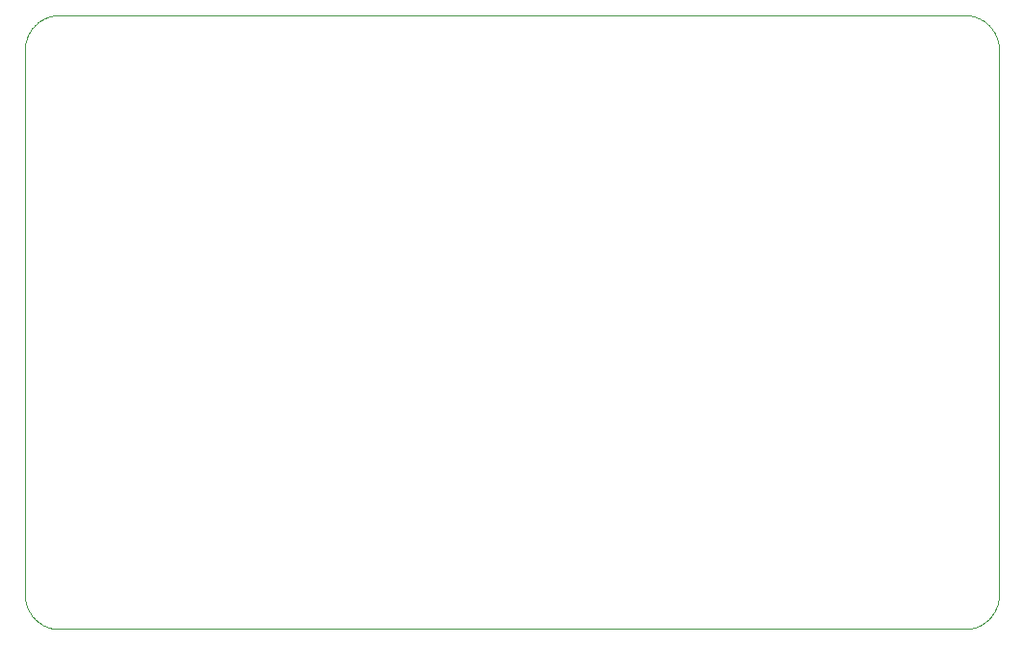
<source format=gbr>
G04 #@! TF.GenerationSoftware,KiCad,Pcbnew,(5.1.2)-1*
G04 #@! TF.CreationDate,2019-05-23T18:27:22+02:00*
G04 #@! TF.ProjectId,2018-03-08 Intercourse 01,32303138-2d30-4332-9d30-3820496e7465,rev?*
G04 #@! TF.SameCoordinates,Original*
G04 #@! TF.FileFunction,Profile,NP*
%FSLAX46Y46*%
G04 Gerber Fmt 4.6, Leading zero omitted, Abs format (unit mm)*
G04 Created by KiCad (PCBNEW (5.1.2)-1) date 2019-05-23 18:27:22*
%MOMM*%
%LPD*%
G04 APERTURE LIST*
%ADD10C,0.100000*%
G04 APERTURE END LIST*
D10*
X121306250Y-74610000D02*
X122550000Y-74610000D01*
X111640465Y-74768302D02*
X111710437Y-74745461D01*
X111502801Y-74818955D02*
X111571245Y-74792808D01*
X111302364Y-74907002D02*
X111368336Y-74876076D01*
X117575000Y-74610000D02*
X118818750Y-74610000D01*
X111435156Y-74846719D02*
X111502801Y-74818955D01*
X111173059Y-74973464D02*
X111237263Y-74939473D01*
X111571245Y-74792808D02*
X111640465Y-74768302D01*
X110333867Y-75649510D02*
X110381746Y-75595588D01*
X110750738Y-75251974D02*
X110807997Y-75208009D01*
X109998953Y-76119775D02*
X110035915Y-76057435D01*
X115087500Y-74610000D02*
X116331250Y-74610000D01*
X109963464Y-76183059D02*
X109998953Y-76119775D01*
X112600000Y-74610000D02*
X113843750Y-74610000D01*
X110807997Y-75208009D02*
X110866320Y-75165396D01*
X110155396Y-75876320D02*
X110198009Y-75817997D01*
X112294397Y-74625564D02*
X112370054Y-74618791D01*
X112370054Y-74618791D02*
X112446223Y-74613923D01*
X112144713Y-74644731D02*
X112219275Y-74634219D01*
X110481250Y-75491250D02*
X110532827Y-75440882D01*
X111997363Y-74671230D02*
X112070734Y-74657076D01*
X110287268Y-75704568D02*
X110333867Y-75649510D01*
X110074325Y-75996063D02*
X110114160Y-75935684D01*
X109866076Y-76378336D02*
X109897002Y-76312364D01*
X111852541Y-74704872D02*
X111924624Y-74687170D01*
X110114160Y-75935684D02*
X110155396Y-75876320D01*
X110986063Y-75084325D02*
X111047435Y-75045915D01*
X110925684Y-75124160D02*
X110986063Y-75084325D01*
X110241974Y-75760738D02*
X110287268Y-75704568D01*
X110585588Y-75391746D02*
X110639510Y-75343867D01*
X110694568Y-75297268D02*
X110750738Y-75251974D01*
X109929473Y-76247263D02*
X109963464Y-76183059D01*
X116331250Y-74610000D02*
X117575000Y-74610000D01*
X110035915Y-76057435D02*
X110074325Y-75996063D01*
X130012500Y-74610000D02*
X131256250Y-74610000D01*
X112446223Y-74613923D02*
X112522880Y-74610985D01*
X128768750Y-74610000D02*
X130012500Y-74610000D01*
X127525000Y-74610000D02*
X128768750Y-74610000D01*
X126281250Y-74610000D02*
X127525000Y-74610000D01*
X125037500Y-74610000D02*
X126281250Y-74610000D01*
X123793750Y-74610000D02*
X125037500Y-74610000D01*
X122550000Y-74610000D02*
X123793750Y-74610000D01*
X112070734Y-74657076D02*
X112144713Y-74644731D01*
X111710437Y-74745461D02*
X111781137Y-74724310D01*
X110639510Y-75343867D02*
X110694568Y-75297268D01*
X111368336Y-74876076D02*
X111435156Y-74846719D01*
X120062500Y-74610000D02*
X121306250Y-74610000D01*
X118818750Y-74610000D02*
X120062500Y-74610000D01*
X113843750Y-74610000D02*
X115087500Y-74610000D01*
X110532827Y-75440882D02*
X110585588Y-75391746D01*
X109897002Y-76312364D02*
X109929473Y-76247263D01*
X112522880Y-74610985D02*
X112600000Y-74610000D01*
X111924624Y-74687170D02*
X111997363Y-74671230D01*
X112219275Y-74634219D02*
X112294397Y-74625564D01*
X111781137Y-74724310D02*
X111852541Y-74704872D01*
X110866320Y-75165396D02*
X110925684Y-75124160D01*
X110198009Y-75817997D02*
X110241974Y-75760738D01*
X111237263Y-74939473D02*
X111302364Y-74907002D01*
X111109775Y-75008953D02*
X111173059Y-74973464D01*
X110430882Y-75542827D02*
X110481250Y-75491250D01*
X110381746Y-75595588D02*
X110430882Y-75542827D01*
X109836719Y-76445156D02*
X109866076Y-76378336D01*
X111047435Y-75045915D02*
X111109775Y-75008953D01*
X193992003Y-127991991D02*
X193933680Y-128034604D01*
X194685840Y-127264316D02*
X194644604Y-127323680D01*
X194318750Y-127708750D02*
X194267173Y-127759118D01*
X194963281Y-126754844D02*
X194933924Y-126821664D01*
X194933924Y-126821664D02*
X194902998Y-126887636D01*
X195152924Y-126119266D02*
X195138770Y-126192637D01*
X194558026Y-127439262D02*
X194512732Y-127495432D01*
X195165269Y-126045287D02*
X195152924Y-126119266D01*
X194764085Y-127142565D02*
X194725675Y-127203937D01*
X194991045Y-126687199D02*
X194963281Y-126754844D01*
X195200000Y-125590000D02*
X195199015Y-125667120D01*
X193690225Y-128191047D02*
X193626941Y-128226536D01*
X194214412Y-127808254D02*
X194160490Y-127856133D01*
X195196077Y-125743777D02*
X195191209Y-125819946D01*
X194418254Y-127604412D02*
X194369118Y-127657173D01*
X194369118Y-127657173D02*
X194318750Y-127708750D01*
X194049262Y-127948026D02*
X193992003Y-127991991D01*
X194160490Y-127856133D02*
X194105432Y-127902732D01*
X195017192Y-126618755D02*
X194991045Y-126687199D01*
X194836536Y-127016941D02*
X194801047Y-127080225D01*
X193874316Y-128075840D02*
X193813937Y-128115675D01*
X193933680Y-128034604D02*
X193874316Y-128075840D01*
X194105432Y-127902732D02*
X194049262Y-127948026D01*
X194267173Y-127759118D02*
X194214412Y-127808254D01*
X194512732Y-127495432D02*
X194466133Y-127550490D01*
X194801047Y-127080225D02*
X194764085Y-127142565D01*
X195105128Y-126337459D02*
X195085690Y-126408863D01*
X195200000Y-123340937D02*
X195200000Y-124090625D01*
X195085690Y-126408863D02*
X195064539Y-126479563D01*
X195199015Y-125667120D02*
X195196077Y-125743777D01*
X195122830Y-126265376D02*
X195105128Y-126337459D01*
X194902998Y-126887636D02*
X194870527Y-126952737D01*
X195138770Y-126192637D02*
X195122830Y-126265376D01*
X195200000Y-124090625D02*
X195200000Y-124840312D01*
X192729266Y-128542924D02*
X192655287Y-128555269D01*
X192802637Y-128528770D02*
X192729266Y-128542924D01*
X193018863Y-128475690D02*
X192947459Y-128495128D01*
X195064539Y-126479563D02*
X195041698Y-126549535D01*
X193813937Y-128115675D02*
X193752565Y-128154085D01*
X195191209Y-125819946D02*
X195184436Y-125895603D01*
X195200000Y-121841562D02*
X195200000Y-122591250D01*
X193159535Y-128431698D02*
X193089563Y-128454539D01*
X194644604Y-127323680D02*
X194601991Y-127382003D01*
X194466133Y-127550490D02*
X194418254Y-127604412D01*
X192875376Y-128512830D02*
X192802637Y-128528770D01*
X192947459Y-128495128D02*
X192875376Y-128512830D01*
X195200000Y-124840312D02*
X195200000Y-125590000D01*
X195175781Y-125970725D02*
X195165269Y-126045287D01*
X195184436Y-125895603D02*
X195175781Y-125970725D01*
X193089563Y-128454539D02*
X193018863Y-128475690D01*
X194870527Y-126952737D02*
X194836536Y-127016941D01*
X193228755Y-128407192D02*
X193159535Y-128431698D01*
X193297199Y-128381045D02*
X193228755Y-128407192D01*
X195200000Y-121091875D02*
X195200000Y-121841562D01*
X193364844Y-128353281D02*
X193297199Y-128381045D01*
X193626941Y-128226536D02*
X193562737Y-128260527D01*
X193431664Y-128323924D02*
X193364844Y-128353281D01*
X193497636Y-128292998D02*
X193431664Y-128323924D01*
X193562737Y-128260527D02*
X193497636Y-128292998D01*
X193752565Y-128154085D02*
X193690225Y-128191047D01*
X194601991Y-127382003D02*
X194558026Y-127439262D01*
X194725675Y-127203937D02*
X194685840Y-127264316D01*
X195200000Y-122591250D02*
X195200000Y-123340937D01*
X195041698Y-126549535D02*
X195017192Y-126618755D01*
X195200000Y-94103125D02*
X195200000Y-94852812D01*
X195200000Y-79859062D02*
X195200000Y-80608750D01*
X195200000Y-88855312D02*
X195200000Y-89605000D01*
X195200000Y-114344687D02*
X195200000Y-115094375D01*
X195200000Y-106847812D02*
X195200000Y-107597500D01*
X195200000Y-77610000D02*
X195200000Y-78359687D01*
X195200000Y-97101875D02*
X195200000Y-97851562D01*
X195200000Y-84357187D02*
X195200000Y-85106875D01*
X195200000Y-112845312D02*
X195200000Y-113595000D01*
X195200000Y-106098125D02*
X195200000Y-106847812D01*
X195200000Y-87355937D02*
X195200000Y-88105625D01*
X195200000Y-111345937D02*
X195200000Y-112095625D01*
X195200000Y-108347187D02*
X195200000Y-109096875D01*
X195200000Y-103849062D02*
X195200000Y-104598750D01*
X195184436Y-77304397D02*
X195191209Y-77380054D01*
X195200000Y-115844062D02*
X195200000Y-116593750D01*
X195200000Y-120342187D02*
X195200000Y-121091875D01*
X195200000Y-107597500D02*
X195200000Y-108347187D01*
X195200000Y-100100625D02*
X195200000Y-100850312D01*
X195200000Y-97851562D02*
X195200000Y-98601250D01*
X195200000Y-81358437D02*
X195200000Y-82108125D01*
X195200000Y-82857812D02*
X195200000Y-83607500D01*
X195200000Y-85106875D02*
X195200000Y-85856562D01*
X195200000Y-91104375D02*
X195200000Y-91854062D01*
X195200000Y-78359687D02*
X195200000Y-79109375D01*
X195200000Y-105348437D02*
X195200000Y-106098125D01*
X195196077Y-77456223D02*
X195199015Y-77532880D01*
X195175781Y-77229275D02*
X195184436Y-77304397D01*
X195200000Y-119592500D02*
X195200000Y-120342187D01*
X195200000Y-95602500D02*
X195200000Y-96352187D01*
X195200000Y-89605000D02*
X195200000Y-90354687D01*
X195200000Y-79109375D02*
X195200000Y-79859062D01*
X195199015Y-77532880D02*
X195200000Y-77610000D01*
X195200000Y-82108125D02*
X195200000Y-82857812D01*
X195200000Y-118842812D02*
X195200000Y-119592500D01*
X195200000Y-91854062D02*
X195200000Y-92603750D01*
X195200000Y-93353437D02*
X195200000Y-94103125D01*
X195200000Y-109096875D02*
X195200000Y-109846562D01*
X195200000Y-104598750D02*
X195200000Y-105348437D01*
X195200000Y-103099375D02*
X195200000Y-103849062D01*
X195200000Y-80608750D02*
X195200000Y-81358437D01*
X195200000Y-88105625D02*
X195200000Y-88855312D01*
X195200000Y-83607500D02*
X195200000Y-84357187D01*
X195191209Y-77380054D02*
X195196077Y-77456223D01*
X195200000Y-118093125D02*
X195200000Y-118842812D01*
X195200000Y-117343437D02*
X195200000Y-118093125D01*
X195200000Y-86606250D02*
X195200000Y-87355937D01*
X195200000Y-116593750D02*
X195200000Y-117343437D01*
X195200000Y-115094375D02*
X195200000Y-115844062D01*
X195200000Y-113595000D02*
X195200000Y-114344687D01*
X195200000Y-112095625D02*
X195200000Y-112845312D01*
X195200000Y-110596250D02*
X195200000Y-111345937D01*
X195200000Y-109846562D02*
X195200000Y-110596250D01*
X195200000Y-102349687D02*
X195200000Y-103099375D01*
X195200000Y-92603750D02*
X195200000Y-93353437D01*
X195200000Y-101600000D02*
X195200000Y-102349687D01*
X195200000Y-98601250D02*
X195200000Y-99350937D01*
X195200000Y-96352187D02*
X195200000Y-97101875D01*
X195165269Y-77154713D02*
X195175781Y-77229275D01*
X195200000Y-94852812D02*
X195200000Y-95602500D01*
X195200000Y-90354687D02*
X195200000Y-91104375D01*
X195200000Y-100850312D02*
X195200000Y-101600000D01*
X195200000Y-99350937D02*
X195200000Y-100100625D01*
X195200000Y-85856562D02*
X195200000Y-86606250D01*
X193690225Y-75008953D02*
X193752565Y-75045915D01*
X192353777Y-74613923D02*
X192429946Y-74618791D01*
X193228755Y-74792808D02*
X193297199Y-74818955D01*
X194991045Y-76512801D02*
X195017192Y-76581245D01*
X194601991Y-75817997D02*
X194644604Y-75876320D01*
X190956250Y-74610000D02*
X192200000Y-74610000D01*
X193933680Y-75165396D02*
X193992003Y-75208009D01*
X192802637Y-74671230D02*
X192875376Y-74687170D01*
X194963281Y-76445156D02*
X194991045Y-76512801D01*
X194558026Y-75760738D02*
X194601991Y-75817997D01*
X193089563Y-74745461D02*
X193159535Y-74768302D01*
X194801047Y-76119775D02*
X194836536Y-76183059D01*
X194685840Y-75935684D02*
X194725675Y-75996063D01*
X194418254Y-75595588D02*
X194466133Y-75649510D01*
X185981250Y-74610000D02*
X187225000Y-74610000D01*
X194870527Y-76247263D02*
X194902998Y-76312364D01*
X194764085Y-76057435D02*
X194801047Y-76119775D01*
X194644604Y-75876320D02*
X194685840Y-75935684D01*
X194160490Y-75343867D02*
X194214412Y-75391746D01*
X193992003Y-75208009D02*
X194049262Y-75251974D01*
X192505603Y-74625564D02*
X192580725Y-74634219D01*
X192655287Y-74644731D02*
X192729266Y-74657076D01*
X192875376Y-74687170D02*
X192947459Y-74704872D01*
X193431664Y-74876076D02*
X193497636Y-74907002D01*
X192200000Y-74610000D02*
X192277120Y-74610985D01*
X194512732Y-75704568D02*
X194558026Y-75760738D01*
X188468750Y-74610000D02*
X189712500Y-74610000D01*
X184737500Y-74610000D02*
X185981250Y-74610000D01*
X195085690Y-76791137D02*
X195105128Y-76862541D01*
X193813937Y-75084325D02*
X193874316Y-75124160D01*
X193297199Y-74818955D02*
X193364844Y-74846719D01*
X192277120Y-74610985D02*
X192353777Y-74613923D01*
X189712500Y-74610000D02*
X190956250Y-74610000D01*
X192580725Y-74634219D02*
X192655287Y-74644731D01*
X194933924Y-76378336D02*
X194963281Y-76445156D01*
X193497636Y-74907002D02*
X193562737Y-74939473D01*
X193626941Y-74973464D02*
X193690225Y-75008953D01*
X194725675Y-75996063D02*
X194764085Y-76057435D01*
X194466133Y-75649510D02*
X194512732Y-75704568D01*
X194369118Y-75542827D02*
X194418254Y-75595588D01*
X192429946Y-74618791D02*
X192505603Y-74625564D01*
X193159535Y-74768302D02*
X193228755Y-74792808D01*
X192729266Y-74657076D02*
X192802637Y-74671230D01*
X187225000Y-74610000D02*
X188468750Y-74610000D01*
X195152924Y-77080734D02*
X195165269Y-77154713D01*
X195064539Y-76720437D02*
X195085690Y-76791137D01*
X193018863Y-74724310D02*
X193089563Y-74745461D01*
X194902998Y-76312364D02*
X194933924Y-76378336D01*
X195138770Y-77007363D02*
X195152924Y-77080734D01*
X195122830Y-76934624D02*
X195138770Y-77007363D01*
X195105128Y-76862541D02*
X195122830Y-76934624D01*
X195041698Y-76650465D02*
X195064539Y-76720437D01*
X195017192Y-76581245D02*
X195041698Y-76650465D01*
X194836536Y-76183059D02*
X194870527Y-76247263D01*
X193562737Y-74939473D02*
X193626941Y-74973464D01*
X194267173Y-75440882D02*
X194318750Y-75491250D01*
X194049262Y-75251974D02*
X194105432Y-75297268D01*
X193874316Y-75124160D02*
X193933680Y-75165396D01*
X194318750Y-75491250D02*
X194369118Y-75542827D01*
X193752565Y-75045915D02*
X193813937Y-75084325D01*
X193364844Y-74846719D02*
X193431664Y-74876076D01*
X194214412Y-75391746D02*
X194267173Y-75440882D01*
X194105432Y-75297268D02*
X194160490Y-75343867D01*
X192947459Y-74704872D02*
X193018863Y-74724310D01*
X131256250Y-74610000D02*
X132500000Y-74610000D01*
X132500000Y-74610000D02*
X133743750Y-74610000D01*
X157375000Y-74610000D02*
X158618750Y-74610000D01*
X154887500Y-74610000D02*
X156131250Y-74610000D01*
X144937500Y-74610000D02*
X146181250Y-74610000D01*
X153643750Y-74610000D02*
X154887500Y-74610000D01*
X138718750Y-74610000D02*
X139962500Y-74610000D01*
X149912500Y-74610000D02*
X151156250Y-74610000D01*
X148668750Y-74610000D02*
X149912500Y-74610000D01*
X136231250Y-74610000D02*
X137475000Y-74610000D01*
X182250000Y-74610000D02*
X183493750Y-74610000D01*
X178518750Y-74610000D02*
X179762500Y-74610000D01*
X156131250Y-74610000D02*
X157375000Y-74610000D01*
X173543750Y-74610000D02*
X174787500Y-74610000D01*
X159862500Y-74610000D02*
X161106250Y-74610000D01*
X163593750Y-74610000D02*
X164837500Y-74610000D01*
X161106250Y-74610000D02*
X162350000Y-74610000D01*
X152400000Y-74610000D02*
X153643750Y-74610000D01*
X137475000Y-74610000D02*
X138718750Y-74610000D01*
X133743750Y-74610000D02*
X134987500Y-74610000D01*
X146181250Y-74610000D02*
X147425000Y-74610000D01*
X183493750Y-74610000D02*
X184737500Y-74610000D01*
X177275000Y-74610000D02*
X178518750Y-74610000D01*
X169812500Y-74610000D02*
X171056250Y-74610000D01*
X162350000Y-74610000D02*
X163593750Y-74610000D01*
X181006250Y-74610000D02*
X182250000Y-74610000D01*
X147425000Y-74610000D02*
X148668750Y-74610000D01*
X142450000Y-74610000D02*
X143693750Y-74610000D01*
X176031250Y-74610000D02*
X177275000Y-74610000D01*
X168568750Y-74610000D02*
X169812500Y-74610000D01*
X174787500Y-74610000D02*
X176031250Y-74610000D01*
X134987500Y-74610000D02*
X136231250Y-74610000D01*
X179762500Y-74610000D02*
X181006250Y-74610000D01*
X172300000Y-74610000D02*
X173543750Y-74610000D01*
X171056250Y-74610000D02*
X172300000Y-74610000D01*
X167325000Y-74610000D02*
X168568750Y-74610000D01*
X166081250Y-74610000D02*
X167325000Y-74610000D01*
X164837500Y-74610000D02*
X166081250Y-74610000D01*
X158618750Y-74610000D02*
X159862500Y-74610000D01*
X151156250Y-74610000D02*
X152400000Y-74610000D01*
X143693750Y-74610000D02*
X144937500Y-74610000D01*
X139962500Y-74610000D02*
X141206250Y-74610000D01*
X141206250Y-74610000D02*
X142450000Y-74610000D01*
X192200000Y-128590000D02*
X190956250Y-128590000D01*
X173543750Y-128590000D02*
X172300000Y-128590000D01*
X174787500Y-128590000D02*
X173543750Y-128590000D01*
X177275000Y-128590000D02*
X176031250Y-128590000D01*
X181006250Y-128590000D02*
X179762500Y-128590000D01*
X183493750Y-128590000D02*
X182250000Y-128590000D01*
X178518750Y-128590000D02*
X177275000Y-128590000D01*
X184737500Y-128590000D02*
X183493750Y-128590000D01*
X190956250Y-128590000D02*
X189712500Y-128590000D01*
X176031250Y-128590000D02*
X174787500Y-128590000D01*
X182250000Y-128590000D02*
X181006250Y-128590000D01*
X179762500Y-128590000D02*
X178518750Y-128590000D01*
X187225000Y-128590000D02*
X185981250Y-128590000D01*
X188468750Y-128590000D02*
X187225000Y-128590000D01*
X189712500Y-128590000D02*
X188468750Y-128590000D01*
X185981250Y-128590000D02*
X184737500Y-128590000D01*
X109600000Y-91854062D02*
X109600000Y-91104375D01*
X109735461Y-76720437D02*
X109758302Y-76650465D01*
X109808955Y-76512801D02*
X109836719Y-76445156D01*
X109782808Y-76581245D02*
X109808955Y-76512801D01*
X109603923Y-77456223D02*
X109608791Y-77380054D01*
X109600000Y-79109375D02*
X109600000Y-78359687D01*
X109600000Y-80608750D02*
X109600000Y-79859062D01*
X109600000Y-86606250D02*
X109600000Y-85856562D01*
X109600000Y-82857812D02*
X109600000Y-82108125D01*
X109600000Y-87355937D02*
X109600000Y-86606250D01*
X109600000Y-88855312D02*
X109600000Y-88105625D01*
X109600000Y-103099375D02*
X109600000Y-102349687D01*
X109600000Y-106847812D02*
X109600000Y-106098125D01*
X109600000Y-110596250D02*
X109600000Y-109846562D01*
X109600000Y-112845312D02*
X109600000Y-112095625D01*
X109758302Y-76650465D02*
X109782808Y-76581245D01*
X109714310Y-76791137D02*
X109735461Y-76720437D01*
X109600000Y-88105625D02*
X109600000Y-87355937D01*
X109600000Y-97101875D02*
X109600000Y-96352187D01*
X109600000Y-90354687D02*
X109600000Y-89605000D01*
X109600000Y-94103125D02*
X109600000Y-93353437D01*
X109694872Y-76862541D02*
X109714310Y-76791137D01*
X109677170Y-76934624D02*
X109694872Y-76862541D01*
X109634731Y-77154713D02*
X109647076Y-77080734D01*
X109624219Y-77229275D02*
X109634731Y-77154713D01*
X109608791Y-77380054D02*
X109615564Y-77304397D01*
X109600000Y-100850312D02*
X109600000Y-100100625D01*
X109600000Y-77610000D02*
X109600985Y-77532880D01*
X109600000Y-91104375D02*
X109600000Y-90354687D01*
X109600000Y-93353437D02*
X109600000Y-92603750D01*
X109600000Y-97851562D02*
X109600000Y-97101875D01*
X109600000Y-81358437D02*
X109600000Y-80608750D01*
X109600000Y-85106875D02*
X109600000Y-84357187D01*
X109600000Y-94852812D02*
X109600000Y-94103125D01*
X109600000Y-103849062D02*
X109600000Y-103099375D01*
X109615564Y-77304397D02*
X109624219Y-77229275D01*
X109600000Y-100100625D02*
X109600000Y-99350937D01*
X109600000Y-84357187D02*
X109600000Y-83607500D01*
X109600000Y-85856562D02*
X109600000Y-85106875D01*
X109600000Y-79859062D02*
X109600000Y-79109375D01*
X109600000Y-105348437D02*
X109600000Y-104598750D01*
X109600000Y-98601250D02*
X109600000Y-97851562D01*
X109600000Y-92603750D02*
X109600000Y-91854062D01*
X109600000Y-89605000D02*
X109600000Y-88855312D01*
X109647076Y-77080734D02*
X109661230Y-77007363D01*
X109600000Y-96352187D02*
X109600000Y-95602500D01*
X109600985Y-77532880D02*
X109603923Y-77456223D01*
X109600000Y-109846562D02*
X109600000Y-109096875D01*
X109600000Y-78359687D02*
X109600000Y-77610000D01*
X109600000Y-95602500D02*
X109600000Y-94852812D01*
X109600000Y-106098125D02*
X109600000Y-105348437D01*
X109600000Y-99350937D02*
X109600000Y-98601250D01*
X109600000Y-101600000D02*
X109600000Y-100850312D01*
X109600000Y-113595000D02*
X109600000Y-112845312D01*
X109600000Y-107597500D02*
X109600000Y-106847812D01*
X109600000Y-82108125D02*
X109600000Y-81358437D01*
X109600000Y-83607500D02*
X109600000Y-82857812D01*
X109600000Y-102349687D02*
X109600000Y-101600000D01*
X109600000Y-111345937D02*
X109600000Y-110596250D01*
X109600000Y-109096875D02*
X109600000Y-108347187D01*
X109600000Y-104598750D02*
X109600000Y-103849062D01*
X109661230Y-77007363D02*
X109677170Y-76934624D01*
X109600000Y-108347187D02*
X109600000Y-107597500D01*
X109600000Y-112095625D02*
X109600000Y-111345937D01*
X109600000Y-118842812D02*
X109600000Y-118093125D01*
X109600000Y-121091875D02*
X109600000Y-120342187D01*
X109600000Y-121841562D02*
X109600000Y-121091875D01*
X109677170Y-126265376D02*
X109661230Y-126192637D01*
X110333867Y-127550490D02*
X110287268Y-127495432D01*
X109600000Y-122591250D02*
X109600000Y-121841562D01*
X109600000Y-123340937D02*
X109600000Y-122591250D01*
X109600000Y-124090625D02*
X109600000Y-123340937D01*
X109866076Y-126821664D02*
X109836719Y-126754844D01*
X110750738Y-127948026D02*
X110694568Y-127902732D01*
X111368336Y-128323924D02*
X111302364Y-128292998D01*
X109735461Y-126479563D02*
X109714310Y-126408863D01*
X110481250Y-127708750D02*
X110430882Y-127657173D01*
X109608791Y-125819946D02*
X109603923Y-125743777D01*
X110074325Y-127203937D02*
X110035915Y-127142565D01*
X111302364Y-128292998D02*
X111237263Y-128260527D01*
X109600000Y-124840312D02*
X109600000Y-124090625D01*
X109600000Y-125590000D02*
X109600000Y-124840312D01*
X109600985Y-125667120D02*
X109600000Y-125590000D01*
X109603923Y-125743777D02*
X109600985Y-125667120D01*
X109963464Y-127016941D02*
X109929473Y-126952737D01*
X109998953Y-127080225D02*
X109963464Y-127016941D01*
X110925684Y-128075840D02*
X110866320Y-128034604D01*
X110035915Y-127142565D02*
X109998953Y-127080225D01*
X110986063Y-128115675D02*
X110925684Y-128075840D01*
X111047435Y-128154085D02*
X110986063Y-128115675D01*
X109615564Y-125895603D02*
X109608791Y-125819946D01*
X109634731Y-126045287D02*
X109624219Y-125970725D01*
X109647076Y-126119266D02*
X109634731Y-126045287D01*
X109694872Y-126337459D02*
X109677170Y-126265376D01*
X111109775Y-128191047D02*
X111047435Y-128154085D01*
X111173059Y-128226536D02*
X111109775Y-128191047D01*
X111435156Y-128353281D02*
X111368336Y-128323924D01*
X110381746Y-127604412D02*
X110333867Y-127550490D01*
X109661230Y-126192637D02*
X109647076Y-126119266D01*
X109714310Y-126408863D02*
X109694872Y-126337459D01*
X110198009Y-127382003D02*
X110155396Y-127323680D01*
X109836719Y-126754844D02*
X109808955Y-126687199D01*
X109897002Y-126887636D02*
X109866076Y-126821664D01*
X110694568Y-127902732D02*
X110639510Y-127856133D01*
X110287268Y-127495432D02*
X110241974Y-127439262D01*
X110807997Y-127991991D02*
X110750738Y-127948026D01*
X110114160Y-127264316D02*
X110074325Y-127203937D01*
X110241974Y-127439262D02*
X110198009Y-127382003D01*
X110430882Y-127657173D02*
X110381746Y-127604412D01*
X109600000Y-116593750D02*
X109600000Y-115844062D01*
X109600000Y-114344687D02*
X109600000Y-113595000D01*
X109600000Y-115094375D02*
X109600000Y-114344687D01*
X109600000Y-115844062D02*
X109600000Y-115094375D01*
X109600000Y-119592500D02*
X109600000Y-118842812D01*
X109600000Y-118093125D02*
X109600000Y-117343437D01*
X109782808Y-126618755D02*
X109758302Y-126549535D01*
X110585588Y-127808254D02*
X110532827Y-127759118D01*
X109929473Y-126952737D02*
X109897002Y-126887636D01*
X110866320Y-128034604D02*
X110807997Y-127991991D01*
X111237263Y-128260527D02*
X111173059Y-128226536D01*
X109600000Y-117343437D02*
X109600000Y-116593750D01*
X109600000Y-120342187D02*
X109600000Y-119592500D01*
X109624219Y-125970725D02*
X109615564Y-125895603D01*
X110155396Y-127323680D02*
X110114160Y-127264316D01*
X109808955Y-126687199D02*
X109782808Y-126618755D01*
X110639510Y-127856133D02*
X110585588Y-127808254D01*
X109758302Y-126549535D02*
X109735461Y-126479563D01*
X110532827Y-127759118D02*
X110481250Y-127708750D01*
X161106250Y-128590000D02*
X159862500Y-128590000D01*
X122550000Y-128590000D02*
X121306250Y-128590000D01*
X111997363Y-128528770D02*
X111924624Y-128512830D01*
X112070734Y-128542924D02*
X111997363Y-128528770D01*
X112219275Y-128565781D02*
X112144713Y-128555269D01*
X112294397Y-128574436D02*
X112219275Y-128565781D01*
X112522880Y-128589015D02*
X112446223Y-128586077D01*
X152400000Y-128590000D02*
X151156250Y-128590000D01*
X146181250Y-128590000D02*
X144937500Y-128590000D01*
X142450000Y-128590000D02*
X141206250Y-128590000D01*
X156131250Y-128590000D02*
X154887500Y-128590000D01*
X112600000Y-128590000D02*
X112522880Y-128589015D01*
X134987500Y-128590000D02*
X133743750Y-128590000D01*
X153643750Y-128590000D02*
X152400000Y-128590000D01*
X139962500Y-128590000D02*
X138718750Y-128590000D01*
X112370054Y-128581209D02*
X112294397Y-128574436D01*
X120062500Y-128590000D02*
X118818750Y-128590000D01*
X154887500Y-128590000D02*
X153643750Y-128590000D01*
X169812500Y-128590000D02*
X168568750Y-128590000D01*
X158618750Y-128590000D02*
X157375000Y-128590000D01*
X164837500Y-128590000D02*
X163593750Y-128590000D01*
X112446223Y-128586077D02*
X112370054Y-128581209D01*
X116331250Y-128590000D02*
X115087500Y-128590000D01*
X130012500Y-128590000D02*
X128768750Y-128590000D01*
X113843750Y-128590000D02*
X112600000Y-128590000D01*
X126281250Y-128590000D02*
X125037500Y-128590000D01*
X133743750Y-128590000D02*
X132500000Y-128590000D01*
X137475000Y-128590000D02*
X136231250Y-128590000D01*
X159862500Y-128590000D02*
X158618750Y-128590000D01*
X163593750Y-128590000D02*
X162350000Y-128590000D01*
X171056250Y-128590000D02*
X169812500Y-128590000D01*
X143693750Y-128590000D02*
X142450000Y-128590000D01*
X149912500Y-128590000D02*
X148668750Y-128590000D01*
X166081250Y-128590000D02*
X164837500Y-128590000D01*
X123793750Y-128590000D02*
X122550000Y-128590000D01*
X121306250Y-128590000D02*
X120062500Y-128590000D01*
X131256250Y-128590000D02*
X130012500Y-128590000D01*
X148668750Y-128590000D02*
X147425000Y-128590000D01*
X151156250Y-128590000D02*
X149912500Y-128590000D01*
X132500000Y-128590000D02*
X131256250Y-128590000D01*
X141206250Y-128590000D02*
X139962500Y-128590000D01*
X172300000Y-128590000D02*
X171056250Y-128590000D01*
X162350000Y-128590000D02*
X161106250Y-128590000D01*
X157375000Y-128590000D02*
X156131250Y-128590000D01*
X111502801Y-128381045D02*
X111435156Y-128353281D01*
X168568750Y-128590000D02*
X167325000Y-128590000D01*
X111571245Y-128407192D02*
X111502801Y-128381045D01*
X125037500Y-128590000D02*
X123793750Y-128590000D01*
X138718750Y-128590000D02*
X137475000Y-128590000D01*
X118818750Y-128590000D02*
X117575000Y-128590000D01*
X111640465Y-128431698D02*
X111571245Y-128407192D01*
X115087500Y-128590000D02*
X113843750Y-128590000D01*
X167325000Y-128590000D02*
X166081250Y-128590000D01*
X111710437Y-128454539D02*
X111640465Y-128431698D01*
X111781137Y-128475690D02*
X111710437Y-128454539D01*
X128768750Y-128590000D02*
X127525000Y-128590000D01*
X112144713Y-128555269D02*
X112070734Y-128542924D01*
X144937500Y-128590000D02*
X143693750Y-128590000D01*
X136231250Y-128590000D02*
X134987500Y-128590000D01*
X147425000Y-128590000D02*
X146181250Y-128590000D01*
X117575000Y-128590000D02*
X116331250Y-128590000D01*
X127525000Y-128590000D02*
X126281250Y-128590000D01*
X111852541Y-128495128D02*
X111781137Y-128475690D01*
X111924624Y-128512830D02*
X111852541Y-128495128D01*
X192505603Y-128574436D02*
X192429946Y-128581209D01*
X192580725Y-128565781D02*
X192505603Y-128574436D01*
X192277120Y-128589015D02*
X192200000Y-128590000D01*
X192429946Y-128581209D02*
X192353777Y-128586077D01*
X192353777Y-128586077D02*
X192277120Y-128589015D01*
X192655287Y-128555269D02*
X192580725Y-128565781D01*
X192200000Y-128590000D02*
X192200000Y-128590000D01*
M02*

</source>
